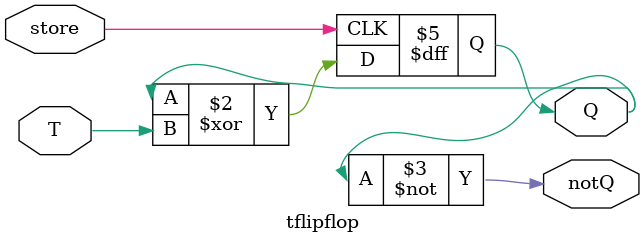
<source format=v>
`timescale 1ns / 1ps

module tflipflop(
    input T, store,
    output reg Q, 
    output notQ

    );
    
    initial begin
        Q <= 0;
    end
    always @(posedge store) begin
        if(store)
            Q <= Q ^ T;
    end
    
    assign notQ = ~Q;
endmodule

</source>
